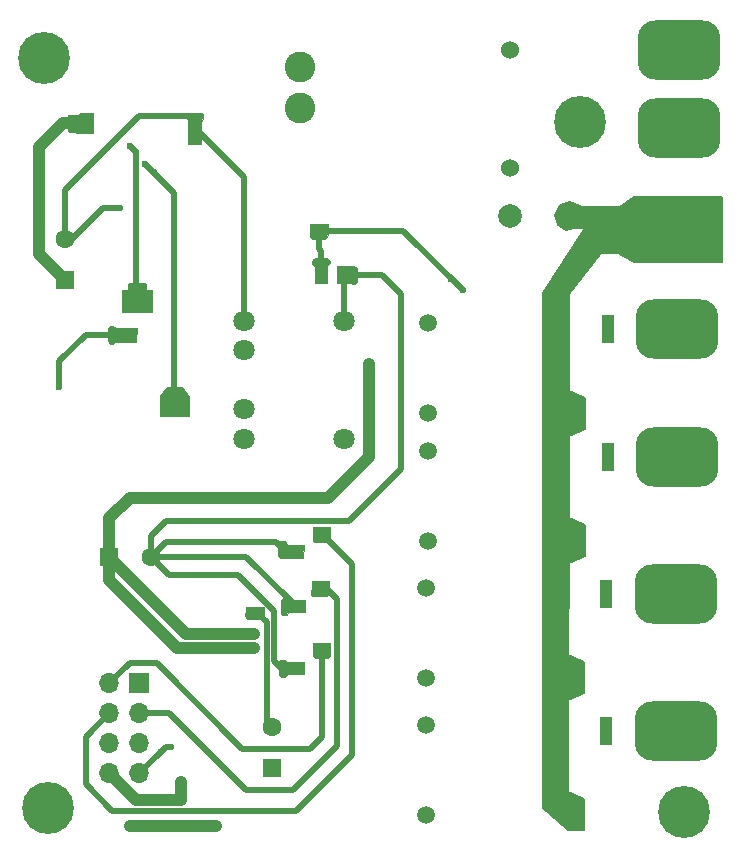
<source format=gbl>
G04 #@! TF.GenerationSoftware,KiCad,Pcbnew,8.0.2-8.0.2-0~ubuntu22.04.1*
G04 #@! TF.CreationDate,2024-05-24T15:40:40+07:00*
G04 #@! TF.ProjectId,PCB_design,5043425f-6465-4736-9967-6e2e6b696361,rev?*
G04 #@! TF.SameCoordinates,Original*
G04 #@! TF.FileFunction,Copper,L2,Bot*
G04 #@! TF.FilePolarity,Positive*
%FSLAX46Y46*%
G04 Gerber Fmt 4.6, Leading zero omitted, Abs format (unit mm)*
G04 Created by KiCad (PCBNEW 8.0.2-8.0.2-0~ubuntu22.04.1) date 2024-05-24 15:40:40*
%MOMM*%
%LPD*%
G01*
G04 APERTURE LIST*
G04 Aperture macros list*
%AMRoundRect*
0 Rectangle with rounded corners*
0 $1 Rounding radius*
0 $2 $3 $4 $5 $6 $7 $8 $9 X,Y pos of 4 corners*
0 Add a 4 corners polygon primitive as box body*
4,1,4,$2,$3,$4,$5,$6,$7,$8,$9,$2,$3,0*
0 Add four circle primitives for the rounded corners*
1,1,$1+$1,$2,$3*
1,1,$1+$1,$4,$5*
1,1,$1+$1,$6,$7*
1,1,$1+$1,$8,$9*
0 Add four rect primitives between the rounded corners*
20,1,$1+$1,$2,$3,$4,$5,0*
20,1,$1+$1,$4,$5,$6,$7,0*
20,1,$1+$1,$6,$7,$8,$9,0*
20,1,$1+$1,$8,$9,$2,$3,0*%
G04 Aperture macros list end*
G04 #@! TA.AperFunction,Conductor*
%ADD10C,0.010000*%
G04 #@! TD*
G04 #@! TA.AperFunction,Conductor*
%ADD11C,0.200000*%
G04 #@! TD*
G04 #@! TA.AperFunction,ComponentPad*
%ADD12C,0.700000*%
G04 #@! TD*
G04 #@! TA.AperFunction,ComponentPad*
%ADD13RoundRect,1.500000X2.000000X-1.000000X2.000000X1.000000X-2.000000X1.000000X-2.000000X-1.000000X0*%
G04 #@! TD*
G04 #@! TA.AperFunction,ComponentPad*
%ADD14C,4.400000*%
G04 #@! TD*
G04 #@! TA.AperFunction,ComponentPad*
%ADD15C,1.600000*%
G04 #@! TD*
G04 #@! TA.AperFunction,ComponentPad*
%ADD16R,1.600000X1.600000*%
G04 #@! TD*
G04 #@! TA.AperFunction,ComponentPad*
%ADD17C,1.500000*%
G04 #@! TD*
G04 #@! TA.AperFunction,ComponentPad*
%ADD18R,1.000000X2.400000*%
G04 #@! TD*
G04 #@! TA.AperFunction,ComponentPad*
%ADD19C,1.524000*%
G04 #@! TD*
G04 #@! TA.AperFunction,ComponentPad*
%ADD20C,2.000000*%
G04 #@! TD*
G04 #@! TA.AperFunction,ComponentPad*
%ADD21O,1.700000X1.700000*%
G04 #@! TD*
G04 #@! TA.AperFunction,ComponentPad*
%ADD22R,1.700000X1.700000*%
G04 #@! TD*
G04 #@! TA.AperFunction,ComponentPad*
%ADD23C,2.600000*%
G04 #@! TD*
G04 #@! TA.AperFunction,ComponentPad*
%ADD24C,1.800000*%
G04 #@! TD*
G04 #@! TA.AperFunction,ViaPad*
%ADD25C,0.600000*%
G04 #@! TD*
G04 #@! TA.AperFunction,ViaPad*
%ADD26C,1.000000*%
G04 #@! TD*
G04 #@! TA.AperFunction,Conductor*
%ADD27C,0.500000*%
G04 #@! TD*
G04 #@! TA.AperFunction,Conductor*
%ADD28C,1.000000*%
G04 #@! TD*
G04 APERTURE END LIST*
D10*
X130675000Y-56060000D02*
X130675000Y-57260000D01*
X130500000Y-57410000D01*
X130325000Y-57410000D01*
X130175000Y-57360000D01*
X129000000Y-57360000D01*
X129000000Y-55960000D01*
X130050000Y-55960000D01*
X130100000Y-55935000D01*
X130475000Y-55935000D01*
X130675000Y-56060000D01*
G04 #@! TA.AperFunction,Conductor*
G36*
X130675000Y-56060000D02*
G01*
X130675000Y-57260000D01*
X130500000Y-57410000D01*
X130325000Y-57410000D01*
X130175000Y-57360000D01*
X129000000Y-57360000D01*
X129000000Y-55960000D01*
X130050000Y-55960000D01*
X130100000Y-55935000D01*
X130475000Y-55935000D01*
X130675000Y-56060000D01*
G37*
G04 #@! TD.AperFunction*
X128275000Y-55310000D02*
X128400000Y-55485000D01*
X128400000Y-55660000D01*
X128375000Y-55760000D01*
X128200000Y-55885000D01*
X128200000Y-57360000D01*
X127175000Y-57360000D01*
X127175000Y-56135000D01*
X127100000Y-55885000D01*
X126925000Y-55760000D01*
X126925000Y-55535000D01*
X126975000Y-55385000D01*
X127125000Y-55285000D01*
X128200000Y-55285000D01*
X128275000Y-55310000D01*
G04 #@! TA.AperFunction,Conductor*
G36*
X128275000Y-55310000D02*
G01*
X128400000Y-55485000D01*
X128400000Y-55660000D01*
X128375000Y-55760000D01*
X128200000Y-55885000D01*
X128200000Y-57360000D01*
X127175000Y-57360000D01*
X127175000Y-56135000D01*
X127100000Y-55885000D01*
X126925000Y-55760000D01*
X126925000Y-55535000D01*
X126975000Y-55385000D01*
X127125000Y-55285000D01*
X128200000Y-55285000D01*
X128275000Y-55310000D01*
G37*
G04 #@! TD.AperFunction*
X128225000Y-53260000D02*
X128150000Y-53485000D01*
X128000000Y-53635000D01*
X126875000Y-53635000D01*
X126725000Y-53485000D01*
X126700000Y-53360000D01*
X126700000Y-52985000D01*
X126725000Y-52885000D01*
X126725000Y-52335000D01*
X128225000Y-52335000D01*
X128225000Y-53260000D01*
G04 #@! TA.AperFunction,Conductor*
G36*
X128225000Y-53260000D02*
G01*
X128150000Y-53485000D01*
X128000000Y-53635000D01*
X126875000Y-53635000D01*
X126725000Y-53485000D01*
X126700000Y-53360000D01*
X126700000Y-52985000D01*
X126725000Y-52885000D01*
X126725000Y-52335000D01*
X128225000Y-52335000D01*
X128225000Y-53260000D01*
G37*
G04 #@! TD.AperFunction*
X108350000Y-44685000D02*
X107275000Y-44685000D01*
X106600000Y-44585000D01*
X106400000Y-44585000D01*
X106250000Y-44485000D01*
X106200000Y-44360000D01*
X106200000Y-43285000D01*
X106300000Y-43160000D01*
X106425000Y-43110000D01*
X107075000Y-43110000D01*
X107275000Y-43010000D01*
X108350000Y-43010000D01*
X108350000Y-44685000D01*
G04 #@! TA.AperFunction,Conductor*
G36*
X108350000Y-44685000D02*
G01*
X107275000Y-44685000D01*
X106600000Y-44585000D01*
X106400000Y-44585000D01*
X106250000Y-44485000D01*
X106200000Y-44360000D01*
X106200000Y-43285000D01*
X106300000Y-43160000D01*
X106425000Y-43110000D01*
X107075000Y-43110000D01*
X107275000Y-43010000D01*
X108350000Y-43010000D01*
X108350000Y-44685000D01*
G37*
G04 #@! TD.AperFunction*
X117700000Y-43085000D02*
X117700000Y-43360000D01*
X117525000Y-43860000D01*
X117525000Y-45635000D01*
X116400000Y-45635000D01*
X116400000Y-43560000D01*
X116225000Y-43410000D01*
X116225000Y-43135000D01*
X116400000Y-42935000D01*
X117550000Y-42935000D01*
X117700000Y-43085000D01*
G04 #@! TA.AperFunction,Conductor*
G36*
X117700000Y-43085000D02*
G01*
X117700000Y-43360000D01*
X117525000Y-43860000D01*
X117525000Y-45635000D01*
X116400000Y-45635000D01*
X116400000Y-43560000D01*
X116225000Y-43410000D01*
X116225000Y-43135000D01*
X116400000Y-42935000D01*
X117550000Y-42935000D01*
X117700000Y-43085000D01*
G37*
G04 #@! TD.AperFunction*
X112675000Y-57360000D02*
X112800000Y-57485000D01*
X112800000Y-57985000D01*
X113325000Y-57985000D01*
X113325000Y-59785000D01*
X110800000Y-59785000D01*
X110800000Y-57985000D01*
X111325000Y-57985000D01*
X111325000Y-57585000D01*
X111350000Y-57460000D01*
X111500000Y-57335000D01*
X112575000Y-57335000D01*
X112675000Y-57360000D01*
G04 #@! TA.AperFunction,Conductor*
G36*
X112675000Y-57360000D02*
G01*
X112800000Y-57485000D01*
X112800000Y-57985000D01*
X113325000Y-57985000D01*
X113325000Y-59785000D01*
X110800000Y-59785000D01*
X110800000Y-57985000D01*
X111325000Y-57985000D01*
X111325000Y-57585000D01*
X111350000Y-57460000D01*
X111500000Y-57335000D01*
X112575000Y-57335000D01*
X112675000Y-57360000D01*
G37*
G04 #@! TD.AperFunction*
X124850000Y-84185000D02*
X126325000Y-84185000D01*
X126325000Y-85235000D01*
X124875000Y-85235000D01*
X124775000Y-85435000D01*
X124625000Y-85510000D01*
X124450000Y-85510000D01*
X124300000Y-85410000D01*
X124250000Y-85235000D01*
X124250000Y-84235000D01*
X124350000Y-84085000D01*
X124475000Y-84035000D01*
X124700000Y-84035000D01*
X124850000Y-84185000D01*
G04 #@! TA.AperFunction,Conductor*
G36*
X124850000Y-84185000D02*
G01*
X126325000Y-84185000D01*
X126325000Y-85235000D01*
X124875000Y-85235000D01*
X124775000Y-85435000D01*
X124625000Y-85510000D01*
X124450000Y-85510000D01*
X124300000Y-85410000D01*
X124250000Y-85235000D01*
X124250000Y-84235000D01*
X124350000Y-84085000D01*
X124475000Y-84035000D01*
X124700000Y-84035000D01*
X124850000Y-84185000D01*
G37*
G04 #@! TD.AperFunction*
X124700000Y-89435000D02*
X126200000Y-89435000D01*
X126200000Y-90485000D01*
X124750000Y-90485000D01*
X124675000Y-90635000D01*
X124525000Y-90760000D01*
X124250000Y-90760000D01*
X124100000Y-90585000D01*
X124100000Y-89485000D01*
X124125000Y-89410000D01*
X124250000Y-89285000D01*
X124600000Y-89285000D01*
X124700000Y-89435000D01*
G04 #@! TA.AperFunction,Conductor*
G36*
X124700000Y-89435000D02*
G01*
X126200000Y-89435000D01*
X126200000Y-90485000D01*
X124750000Y-90485000D01*
X124675000Y-90635000D01*
X124525000Y-90760000D01*
X124250000Y-90760000D01*
X124100000Y-90585000D01*
X124100000Y-89485000D01*
X124125000Y-89410000D01*
X124250000Y-89285000D01*
X124600000Y-89285000D01*
X124700000Y-89435000D01*
G37*
G04 #@! TD.AperFunction*
X124750000Y-79585000D02*
X126200000Y-79585000D01*
X126175000Y-80635000D01*
X124550000Y-80635000D01*
X124425000Y-80685000D01*
X124175000Y-80685000D01*
X124050000Y-80510000D01*
X124025000Y-80485000D01*
X124025000Y-79410000D01*
X124175000Y-79185000D01*
X124600000Y-79185000D01*
X124750000Y-79585000D01*
G04 #@! TA.AperFunction,Conductor*
G36*
X124750000Y-79585000D02*
G01*
X126200000Y-79585000D01*
X126175000Y-80635000D01*
X124550000Y-80635000D01*
X124425000Y-80685000D01*
X124175000Y-80685000D01*
X124050000Y-80510000D01*
X124025000Y-80485000D01*
X124025000Y-79410000D01*
X124175000Y-79185000D01*
X124600000Y-79185000D01*
X124750000Y-79585000D01*
G37*
G04 #@! TD.AperFunction*
X122800000Y-85510000D02*
X122650000Y-85735000D01*
X122550000Y-85785000D01*
X121500000Y-85785000D01*
X121325000Y-85710000D01*
X121250000Y-85485000D01*
X121300000Y-85260000D01*
X121300000Y-84760000D01*
X122800000Y-84760000D01*
X122800000Y-85510000D01*
G04 #@! TA.AperFunction,Conductor*
G36*
X122800000Y-85510000D02*
G01*
X122650000Y-85735000D01*
X122550000Y-85785000D01*
X121500000Y-85785000D01*
X121325000Y-85710000D01*
X121250000Y-85485000D01*
X121300000Y-85260000D01*
X121300000Y-84760000D01*
X122800000Y-84760000D01*
X122800000Y-85510000D01*
G37*
G04 #@! TD.AperFunction*
X128325000Y-83485000D02*
X128300000Y-83710000D01*
X128200000Y-83860000D01*
X128075000Y-83910000D01*
X126975000Y-83910000D01*
X126850000Y-83760000D01*
X126800000Y-83560000D01*
X126875000Y-83235000D01*
X126875000Y-82585000D01*
X128325000Y-82585000D01*
X128325000Y-83485000D01*
G04 #@! TA.AperFunction,Conductor*
G36*
X128325000Y-83485000D02*
G01*
X128300000Y-83710000D01*
X128200000Y-83860000D01*
X128075000Y-83910000D01*
X126975000Y-83910000D01*
X126850000Y-83760000D01*
X126800000Y-83560000D01*
X126875000Y-83235000D01*
X126875000Y-82585000D01*
X128325000Y-82585000D01*
X128325000Y-83485000D01*
G37*
G04 #@! TD.AperFunction*
X128450000Y-88860000D02*
X128325000Y-89060000D01*
X128175000Y-89110000D01*
X127150000Y-89110000D01*
X126950000Y-88960000D01*
X126950000Y-88560000D01*
X127000000Y-88435000D01*
X127000000Y-87835000D01*
X128450000Y-87835000D01*
X128450000Y-88860000D01*
G04 #@! TA.AperFunction,Conductor*
G36*
X128450000Y-88860000D02*
G01*
X128325000Y-89060000D01*
X128175000Y-89110000D01*
X127150000Y-89110000D01*
X126950000Y-88960000D01*
X126950000Y-88560000D01*
X127000000Y-88435000D01*
X127000000Y-87835000D01*
X128450000Y-87835000D01*
X128450000Y-88860000D01*
G37*
G04 #@! TD.AperFunction*
D11*
X149990000Y-77890000D02*
X149990000Y-80490000D01*
X148690000Y-81090000D01*
X148690000Y-77290000D01*
X149990000Y-77890000D01*
G04 #@! TA.AperFunction,Conductor*
G36*
X149990000Y-77890000D02*
G01*
X149990000Y-80490000D01*
X148690000Y-81090000D01*
X148690000Y-77290000D01*
X149990000Y-77890000D01*
G37*
G04 #@! TD.AperFunction*
X149890000Y-101090000D02*
X149890000Y-103690000D01*
X148590000Y-103690000D01*
X148590000Y-100490000D01*
X149890000Y-101090000D01*
G04 #@! TA.AperFunction,Conductor*
G36*
X149890000Y-101090000D02*
G01*
X149890000Y-103690000D01*
X148590000Y-103690000D01*
X148590000Y-100490000D01*
X149890000Y-101090000D01*
G37*
G04 #@! TD.AperFunction*
X161640000Y-55570000D02*
X154180000Y-55580000D01*
X152790000Y-54830000D01*
X151390000Y-54850000D01*
X148690000Y-58290000D01*
X148690000Y-66490000D01*
X146490000Y-66290000D01*
X146490000Y-58186488D01*
X150050000Y-52740000D01*
X149080000Y-52750000D01*
X148410000Y-52920000D01*
X147690000Y-52470000D01*
X147430000Y-51640000D01*
X147890000Y-50740000D01*
X148700000Y-50520000D01*
X149790000Y-50930000D01*
X151370000Y-50930000D01*
X152960000Y-50930000D01*
X154190000Y-50110000D01*
X161630000Y-50100000D01*
X161640000Y-55570000D01*
G04 #@! TA.AperFunction,Conductor*
G36*
X161640000Y-55570000D02*
G01*
X154180000Y-55580000D01*
X152790000Y-54830000D01*
X151390000Y-54850000D01*
X148690000Y-58290000D01*
X148690000Y-66490000D01*
X146490000Y-66290000D01*
X146490000Y-58186488D01*
X150050000Y-52740000D01*
X149080000Y-52750000D01*
X148410000Y-52920000D01*
X147690000Y-52470000D01*
X147430000Y-51640000D01*
X147890000Y-50740000D01*
X148700000Y-50520000D01*
X149790000Y-50930000D01*
X151370000Y-50930000D01*
X152960000Y-50930000D01*
X154190000Y-50110000D01*
X161630000Y-50100000D01*
X161640000Y-55570000D01*
G37*
G04 #@! TD.AperFunction*
X149990000Y-67090000D02*
X149990000Y-69690000D01*
X148690000Y-70290000D01*
X148690000Y-66490000D01*
X149990000Y-67090000D01*
G04 #@! TA.AperFunction,Conductor*
G36*
X149990000Y-67090000D02*
G01*
X149990000Y-69690000D01*
X148690000Y-70290000D01*
X148690000Y-66490000D01*
X149990000Y-67090000D01*
G37*
G04 #@! TD.AperFunction*
X149890000Y-89490000D02*
X149890000Y-92090000D01*
X148590000Y-92690000D01*
X148590000Y-88890000D01*
X149890000Y-89490000D01*
G04 #@! TA.AperFunction,Conductor*
G36*
X149890000Y-89490000D02*
G01*
X149890000Y-92090000D01*
X148590000Y-92690000D01*
X148590000Y-88890000D01*
X149890000Y-89490000D01*
G37*
G04 #@! TD.AperFunction*
X148690000Y-66490000D02*
X148690000Y-81090000D01*
X148590000Y-88890000D01*
X148590000Y-103690000D01*
X146490000Y-101790000D01*
X146490000Y-66290000D01*
X148690000Y-66490000D01*
G04 #@! TA.AperFunction,Conductor*
G36*
X148690000Y-66490000D02*
G01*
X148690000Y-81090000D01*
X148590000Y-88890000D01*
X148590000Y-103690000D01*
X146490000Y-101790000D01*
X146490000Y-66290000D01*
X148690000Y-66490000D01*
G37*
G04 #@! TD.AperFunction*
D10*
X110267000Y-61213400D02*
X112045000Y-61213400D01*
X112019600Y-62356400D01*
X110241600Y-62381800D01*
X110063800Y-62508800D01*
X109784400Y-62508800D01*
X109632000Y-62305600D01*
X109632000Y-61188000D01*
X109784400Y-61035600D01*
X110089200Y-61035600D01*
X110267000Y-61213400D01*
G04 #@! TA.AperFunction,Conductor*
G36*
X110267000Y-61213400D02*
G01*
X112045000Y-61213400D01*
X112019600Y-62356400D01*
X110241600Y-62381800D01*
X110063800Y-62508800D01*
X109784400Y-62508800D01*
X109632000Y-62305600D01*
X109632000Y-61188000D01*
X109784400Y-61035600D01*
X110089200Y-61035600D01*
X110267000Y-61213400D01*
G37*
G04 #@! TD.AperFunction*
X128425000Y-79135000D02*
X128350000Y-79260000D01*
X128250000Y-79335000D01*
X127125000Y-79335000D01*
X127000000Y-79235000D01*
X126950000Y-79110000D01*
X126950000Y-78785000D01*
X126975000Y-78660000D01*
X126975000Y-77985000D01*
X128425000Y-77985000D01*
X128425000Y-79135000D01*
G04 #@! TA.AperFunction,Conductor*
G36*
X128425000Y-79135000D02*
G01*
X128350000Y-79260000D01*
X128250000Y-79335000D01*
X127125000Y-79335000D01*
X127000000Y-79235000D01*
X126950000Y-79110000D01*
X126950000Y-78785000D01*
X126975000Y-78660000D01*
X126975000Y-77985000D01*
X128425000Y-77985000D01*
X128425000Y-79135000D01*
G37*
G04 #@! TD.AperFunction*
X116413800Y-66877600D02*
X116500000Y-67035000D01*
X116500000Y-68660000D01*
X116400000Y-68660000D01*
X114000800Y-68655600D01*
X114000800Y-66928400D01*
X114610400Y-66166400D01*
X115880400Y-66166400D01*
X116413800Y-66877600D01*
G04 #@! TA.AperFunction,Conductor*
G36*
X116413800Y-66877600D02*
G01*
X116500000Y-67035000D01*
X116500000Y-68660000D01*
X116400000Y-68660000D01*
X114000800Y-68655600D01*
X114000800Y-66928400D01*
X114610400Y-66166400D01*
X115880400Y-66166400D01*
X116413800Y-66877600D01*
G37*
G04 #@! TD.AperFunction*
D12*
X160220000Y-36410000D03*
X160220000Y-37610000D03*
D13*
X157970000Y-37610000D03*
D12*
X160220000Y-38810000D03*
X151210000Y-43730000D03*
X150726726Y-44896726D03*
X150726726Y-42563274D03*
X149560000Y-45380000D03*
D14*
X149560000Y-43730000D03*
D12*
X149560000Y-42080000D03*
X148393274Y-44896726D03*
X148393274Y-42563274D03*
X147910000Y-43730000D03*
D15*
X106000000Y-53652651D03*
D16*
X106000000Y-57152651D03*
D17*
X136690000Y-71590000D03*
X136690000Y-79190000D03*
D18*
X151930000Y-72090000D03*
X149390000Y-79190000D03*
D19*
X143630000Y-37610000D03*
X143630000Y-47610000D03*
D20*
X143620000Y-51710000D03*
X148620000Y-51710000D03*
D21*
X109750000Y-98870000D03*
X112290000Y-98870000D03*
X109750000Y-96330000D03*
X112290000Y-96330000D03*
X109750000Y-93790000D03*
X112290000Y-93790000D03*
X109750000Y-91250000D03*
D22*
X112290000Y-91250000D03*
D17*
X136590000Y-83190000D03*
X136590000Y-90790000D03*
D18*
X151830000Y-83690000D03*
X149290000Y-90790000D03*
D23*
X125920000Y-39090000D03*
X125920000Y-42590000D03*
D12*
X160220000Y-43010000D03*
X160220000Y-44210000D03*
D13*
X157970000Y-44210000D03*
D12*
X160220000Y-45410000D03*
X105825000Y-38285000D03*
X105341726Y-39451726D03*
X105341726Y-37118274D03*
X104175000Y-39935000D03*
D14*
X104175000Y-38285000D03*
D12*
X104175000Y-36635000D03*
X103008274Y-39451726D03*
X103008274Y-37118274D03*
X102525000Y-38285000D03*
X159990000Y-82490000D03*
X159990000Y-83690000D03*
D13*
X157740000Y-83690000D03*
D12*
X159990000Y-84890000D03*
D15*
X123500000Y-94952651D03*
D16*
X123500000Y-98452651D03*
D17*
X136690000Y-60790000D03*
X136690000Y-68390000D03*
D18*
X151930000Y-61290000D03*
X149390000Y-68390000D03*
D12*
X160090000Y-60090000D03*
X160090000Y-61290000D03*
D13*
X157840000Y-61290000D03*
D12*
X160090000Y-62490000D03*
X160050000Y-102120000D03*
X159566726Y-103286726D03*
X159566726Y-100953274D03*
X158400000Y-103770000D03*
D14*
X158400000Y-102120000D03*
D12*
X158400000Y-100470000D03*
X157233274Y-103286726D03*
X157233274Y-100953274D03*
X156750000Y-102120000D03*
X106170000Y-101800000D03*
X105686726Y-102966726D03*
X105686726Y-100633274D03*
X104520000Y-103450000D03*
D14*
X104520000Y-101800000D03*
D12*
X104520000Y-100150000D03*
X103353274Y-102966726D03*
X103353274Y-100633274D03*
X102870000Y-101800000D03*
D17*
X136590000Y-94790000D03*
X136590000Y-102390000D03*
D18*
X151830000Y-95290000D03*
X149290000Y-102390000D03*
D12*
X160160000Y-51630000D03*
X160160000Y-52830000D03*
D13*
X157910000Y-52830000D03*
D12*
X160160000Y-54030000D03*
X159990000Y-94090000D03*
X159990000Y-95290000D03*
D13*
X157740000Y-95290000D03*
D12*
X159990000Y-96490000D03*
D24*
X121100000Y-60550000D03*
X121100000Y-63050000D03*
X129600000Y-60550000D03*
X129600000Y-70550000D03*
X121100000Y-70550000D03*
X121100000Y-68050000D03*
D12*
X160090000Y-70890000D03*
X160090000Y-72090000D03*
D13*
X157840000Y-72090000D03*
D12*
X160090000Y-73290000D03*
D15*
X113250000Y-80550000D03*
D16*
X109750000Y-80550000D03*
D25*
X130375000Y-57107500D03*
X130375000Y-56235000D03*
X127225000Y-55585000D03*
X128097500Y-55585000D03*
X127002500Y-53335000D03*
X127875000Y-53335000D03*
X106500000Y-44285000D03*
X106500000Y-43412500D03*
X116527500Y-43235000D03*
X117400000Y-43235000D03*
X111627500Y-57635000D03*
X112500000Y-57635000D03*
X124550000Y-85210000D03*
X124575000Y-84360000D03*
X124400000Y-89587500D03*
X124400000Y-90460000D03*
X124350000Y-79512500D03*
X124350000Y-80385000D03*
X121577500Y-85485000D03*
X122450000Y-85485000D03*
X127252500Y-79035000D03*
X128125000Y-79035000D03*
X127127500Y-83610000D03*
X128000000Y-83610000D03*
X127252500Y-88785000D03*
X128125000Y-88785000D03*
D26*
X115825000Y-99635000D03*
D25*
X114090331Y-97069669D03*
X109780000Y-51055000D03*
X110675000Y-51055000D03*
X112750000Y-47250000D03*
X113505000Y-48005000D03*
X112000000Y-46300000D03*
X111480000Y-45780000D03*
D26*
X131700000Y-64250000D03*
X122000000Y-87050000D03*
X111500000Y-103300000D03*
X112500000Y-103300000D03*
X120950000Y-87050000D03*
X117500000Y-103300000D03*
X131700000Y-66260000D03*
X122000000Y-88300000D03*
X118750000Y-103300000D03*
X120950000Y-88300000D03*
D25*
X147060000Y-90410000D03*
X148240000Y-75100000D03*
X149610000Y-56290000D03*
X147750000Y-56840000D03*
X148280000Y-77190000D03*
X147130000Y-92300000D03*
X148270000Y-81560000D03*
X147050000Y-60140000D03*
X148160000Y-98740000D03*
X147120000Y-78210000D03*
X148150000Y-58680000D03*
X151110000Y-52380000D03*
X147170000Y-65510000D03*
X148220000Y-70080000D03*
X147130000Y-88500000D03*
X148140000Y-89390000D03*
X147070000Y-84670000D03*
X147160000Y-82650000D03*
X147160000Y-80370000D03*
X147120000Y-96010000D03*
X147430000Y-101640000D03*
X148300000Y-61640000D03*
X146930000Y-76170000D03*
X148190000Y-85760000D03*
X147100000Y-86800000D03*
X147050000Y-68390000D03*
X153246316Y-51515230D03*
X148300000Y-83720000D03*
X147120000Y-94010000D03*
X147180000Y-63000000D03*
X148070000Y-100500000D03*
X148200000Y-87590000D03*
X148270000Y-79330000D03*
X148120000Y-95070000D03*
X148290000Y-64380000D03*
X147050000Y-97790000D03*
X148180000Y-93250000D03*
X149810000Y-54110000D03*
X152070000Y-54070000D03*
X148150000Y-72690000D03*
X147030000Y-73950000D03*
X148140000Y-66780000D03*
X147010000Y-99590000D03*
X148110000Y-91420000D03*
X148240000Y-96960000D03*
X147070000Y-71460000D03*
X138705000Y-57055000D03*
X139650000Y-58000000D03*
D26*
X115825000Y-101100000D03*
D25*
X115677200Y-66471200D03*
X114804700Y-66471200D03*
X114950000Y-96637500D03*
X109936800Y-62212900D03*
X109936800Y-61340400D03*
X105500000Y-64860000D03*
X105500000Y-66135000D03*
D27*
X105500000Y-66135000D02*
X105500000Y-64860000D01*
X105500000Y-64860000D02*
X105500000Y-64000000D01*
X105500000Y-64000000D02*
X107727800Y-61772200D01*
X107727800Y-61772200D02*
X109936800Y-61772200D01*
X112000000Y-46300000D02*
X111480000Y-45780000D01*
X112000000Y-58497500D02*
X112062500Y-58560000D01*
X112000000Y-46300000D02*
X112000000Y-58497500D01*
X129600000Y-60550000D02*
X129600000Y-56910000D01*
X129600000Y-56910000D02*
X129837500Y-56672500D01*
X113250000Y-80550000D02*
X113250000Y-78800000D01*
X113250000Y-78800000D02*
X114540000Y-77510000D01*
X114540000Y-77510000D02*
X130040000Y-77510000D01*
X130040000Y-77510000D02*
X134410000Y-73140000D01*
X132812500Y-56672500D02*
X129837500Y-56672500D01*
X134410000Y-73140000D02*
X134410000Y-58270000D01*
X134410000Y-58270000D02*
X132812500Y-56672500D01*
X139650000Y-58000000D02*
X134635000Y-52985000D01*
X134635000Y-52985000D02*
X127462500Y-52985000D01*
X127662500Y-56322500D02*
X127662500Y-54672500D01*
X127662500Y-54672500D02*
X127450000Y-54460000D01*
X127450000Y-54460000D02*
X127450000Y-52997500D01*
D11*
X127450000Y-52997500D02*
X127462500Y-52985000D01*
D28*
X106000000Y-57152651D02*
X103750000Y-54902651D01*
X103750000Y-54902651D02*
X103750000Y-45860000D01*
X103750000Y-45860000D02*
X105775000Y-43835000D01*
X105775000Y-43835000D02*
X107475000Y-43835000D01*
D27*
X121100000Y-60550000D02*
X121100000Y-48422500D01*
X121100000Y-48422500D02*
X116962500Y-44285000D01*
X106000000Y-53652651D02*
X106000000Y-49510000D01*
X106000000Y-49510000D02*
X112275000Y-43235000D01*
X112275000Y-43235000D02*
X116527500Y-43235000D01*
X121337500Y-80550000D02*
X125175000Y-84387500D01*
X125175000Y-84387500D02*
X125175000Y-84585000D01*
X113250000Y-80550000D02*
X114750000Y-82050000D01*
X114750000Y-82050000D02*
X120640000Y-82050000D01*
X120640000Y-82050000D02*
X123700000Y-85110000D01*
X123700000Y-89385000D02*
X124350000Y-90035000D01*
X123700000Y-85110000D02*
X123700000Y-89385000D01*
X123500000Y-94952651D02*
X123075000Y-94527651D01*
X123075000Y-94527651D02*
X123075000Y-86110000D01*
X123075000Y-86110000D02*
X122450000Y-85485000D01*
X114500000Y-79300000D02*
X123890000Y-79300000D01*
X123890000Y-79300000D02*
X124475000Y-79885000D01*
X109750000Y-93790000D02*
X107750000Y-95790000D01*
X125500000Y-102050000D02*
X130250000Y-97300000D01*
X107750000Y-95790000D02*
X107750000Y-99800000D01*
X110000000Y-102050000D02*
X125500000Y-102050000D01*
X107750000Y-99800000D02*
X110000000Y-102050000D01*
X130250000Y-81160000D02*
X128125000Y-79035000D01*
X130250000Y-97300000D02*
X130250000Y-81160000D01*
X112290000Y-93790000D02*
X114830000Y-93790000D01*
X114830000Y-93790000D02*
X121340000Y-100300000D01*
X121340000Y-100300000D02*
X125250000Y-100300000D01*
X125250000Y-100300000D02*
X129000000Y-96550000D01*
X129000000Y-96550000D02*
X129000000Y-84135000D01*
X129000000Y-84135000D02*
X128075000Y-83210000D01*
X127712500Y-95837500D02*
X127712500Y-88772500D01*
X127712500Y-88772500D02*
X127725000Y-88760000D01*
D28*
X115825000Y-101100000D02*
X115825000Y-99635000D01*
X115825000Y-101100000D02*
X111980000Y-101100000D01*
X111980000Y-101100000D02*
X109750000Y-98870000D01*
D27*
X114075000Y-97085000D02*
X112290000Y-98870000D01*
X114522500Y-96637500D02*
X114075000Y-97085000D01*
X114075000Y-97085000D02*
X114090331Y-97069669D01*
X114950000Y-96637500D02*
X114522500Y-96637500D01*
X115250000Y-49750000D02*
X115250000Y-66535000D01*
X109750000Y-51055000D02*
X109780000Y-51055000D01*
X109750000Y-51055000D02*
X109195000Y-51055000D01*
X110675000Y-51055000D02*
X109750000Y-51055000D01*
X106597349Y-53652651D02*
X106000000Y-53652651D01*
X109195000Y-51055000D02*
X106597349Y-53652651D01*
X115250000Y-49750000D02*
X112750000Y-47250000D01*
D28*
X111500000Y-103300000D02*
X112500000Y-103300000D01*
X120950000Y-88300000D02*
X115500000Y-88300000D01*
X115500000Y-88300000D02*
X109750000Y-82550000D01*
X109750000Y-82550000D02*
X109750000Y-80550000D01*
X131700000Y-72100000D02*
X128250000Y-75550000D01*
X109750000Y-77300000D02*
X109750000Y-80550000D01*
X112500000Y-103300000D02*
X117500000Y-103300000D01*
X117500000Y-103300000D02*
X118750000Y-103300000D01*
X111500000Y-75550000D02*
X109750000Y-77300000D01*
X116250000Y-87050000D02*
X109750000Y-80550000D01*
X131700000Y-64250000D02*
X131700000Y-72100000D01*
X120950000Y-87050000D02*
X116250000Y-87050000D01*
X120950000Y-87050000D02*
X121906498Y-87050000D01*
X121906498Y-87050000D02*
X121953249Y-87096751D01*
X128250000Y-75550000D02*
X111500000Y-75550000D01*
X122000000Y-88300000D02*
X120950000Y-88300000D01*
D27*
X127712500Y-95837500D02*
X126750000Y-96800000D01*
X113750000Y-89550000D02*
X111450000Y-89550000D01*
X111450000Y-89550000D02*
X109750000Y-91250000D01*
X126750000Y-96800000D02*
X121000000Y-96800000D01*
X121000000Y-96800000D02*
X113750000Y-89550000D01*
X113250000Y-80550000D02*
X121337500Y-80550000D01*
X113250000Y-80550000D02*
X114500000Y-79300000D01*
M02*

</source>
